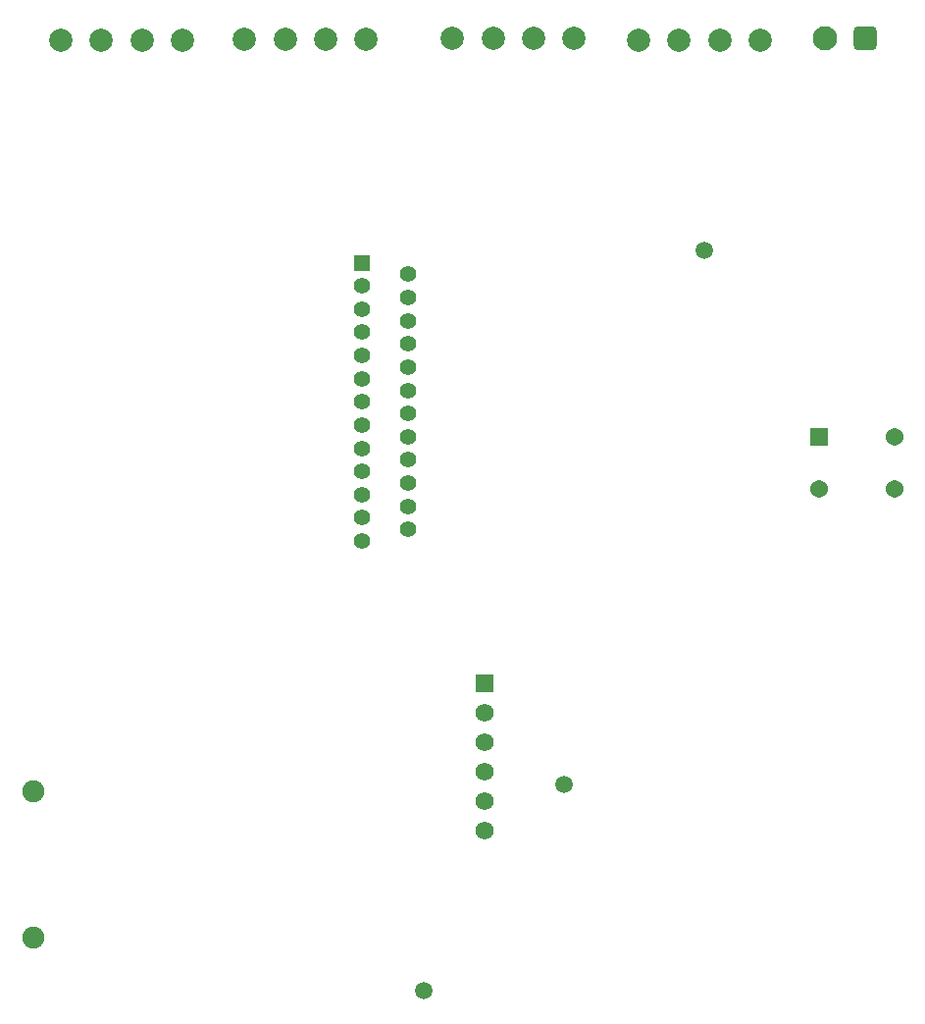
<source format=gbr>
G04*
G04 #@! TF.GenerationSoftware,Altium Limited,Altium Designer,25.2.1 (25)*
G04*
G04 Layer_Color=255*
%FSLAX25Y25*%
%MOIN*%
G70*
G04*
G04 #@! TF.SameCoordinates,93333BF9-B9FA-480E-9F15-3530D08D3613*
G04*
G04*
G04 #@! TF.FilePolarity,Positive*
G04*
G01*
G75*
%ADD101C,0.06181*%
%ADD102R,0.06181X0.06181*%
%ADD105R,0.06063X0.06063*%
%ADD106C,0.06063*%
%ADD124C,0.08268*%
G04:AMPARAMS|DCode=125|XSize=82.68mil|YSize=82.68mil|CornerRadius=20.67mil|HoleSize=0mil|Usage=FLASHONLY|Rotation=180.000|XOffset=0mil|YOffset=0mil|HoleType=Round|Shape=RoundedRectangle|*
%AMROUNDEDRECTD125*
21,1,0.08268,0.04134,0,0,180.0*
21,1,0.04134,0.08268,0,0,180.0*
1,1,0.04134,-0.02067,0.02067*
1,1,0.04134,0.02067,0.02067*
1,1,0.04134,0.02067,-0.02067*
1,1,0.04134,-0.02067,-0.02067*
%
%ADD125ROUNDEDRECTD125*%
%ADD126C,0.07874*%
%ADD127R,0.05492X0.05492*%
%ADD128C,0.05492*%
%ADD129C,0.05906*%
%ADD130C,0.07480*%
D101*
X178500Y65000D02*
D03*
Y75000D02*
D03*
Y85000D02*
D03*
Y95000D02*
D03*
Y105000D02*
D03*
D102*
Y115000D02*
D03*
D105*
X292205Y198858D02*
D03*
D106*
X317795D02*
D03*
X292205Y181142D02*
D03*
X317795D02*
D03*
D124*
X294110Y334150D02*
D03*
D125*
X307890D02*
D03*
D126*
X75800Y333500D02*
D03*
X62020D02*
D03*
X48241D02*
D03*
X34461D02*
D03*
X272139Y333600D02*
D03*
X258359D02*
D03*
X244580D02*
D03*
X230800D02*
D03*
X208859Y334000D02*
D03*
X195080D02*
D03*
X181300D02*
D03*
X167520D02*
D03*
X138261Y333800D02*
D03*
X124482D02*
D03*
X110702D02*
D03*
X96923D02*
D03*
D127*
X136752Y257933D02*
D03*
D128*
Y250059D02*
D03*
Y242185D02*
D03*
Y234311D02*
D03*
Y226437D02*
D03*
Y218563D02*
D03*
Y210689D02*
D03*
Y202815D02*
D03*
Y194941D02*
D03*
Y187067D02*
D03*
Y179193D02*
D03*
Y171319D02*
D03*
Y163445D02*
D03*
X152500Y253996D02*
D03*
Y246122D02*
D03*
Y238248D02*
D03*
Y230374D02*
D03*
Y222500D02*
D03*
Y214626D02*
D03*
Y206752D02*
D03*
Y198878D02*
D03*
Y191004D02*
D03*
Y183130D02*
D03*
Y175256D02*
D03*
Y167382D02*
D03*
D129*
X157900Y10700D02*
D03*
X205600Y80900D02*
D03*
X253100Y262000D02*
D03*
D130*
X25000Y78303D02*
D03*
Y28697D02*
D03*
M02*

</source>
